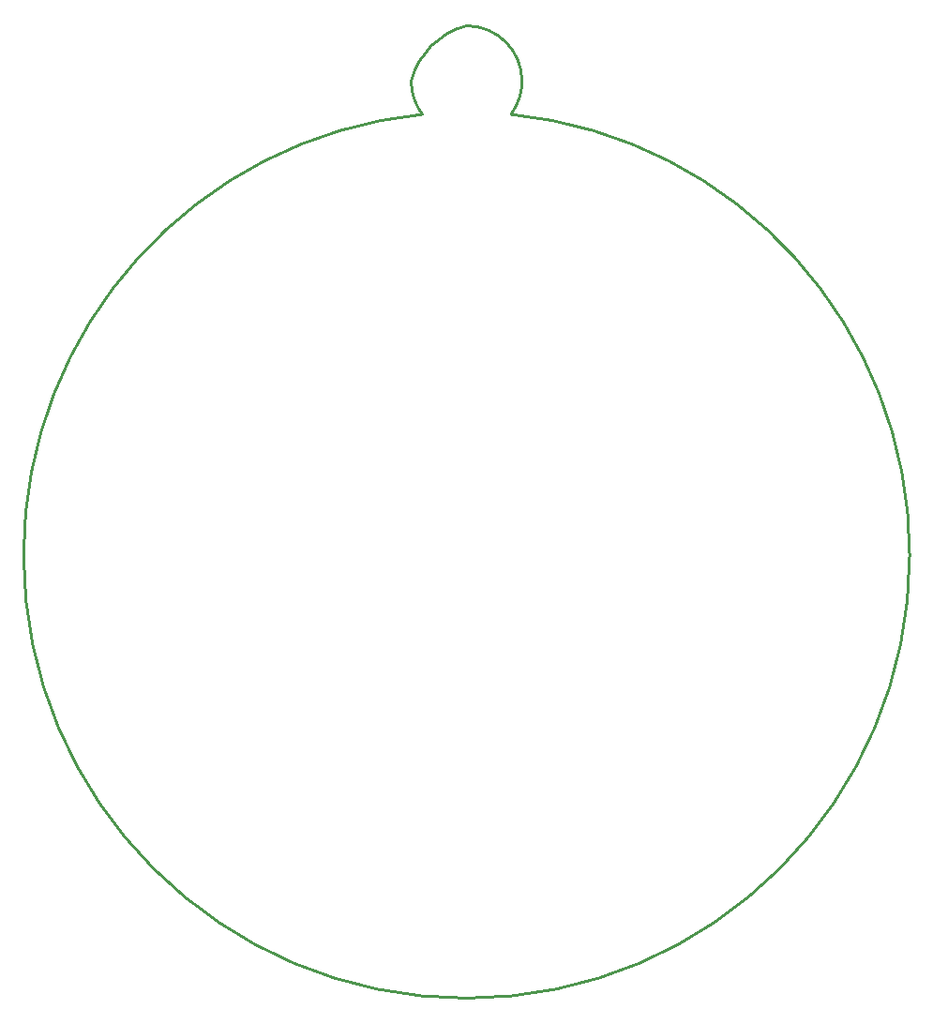
<source format=gko>
G04 Layer: BoardOutlineLayer*
G04 EasyEDA Pro v2.2.45.4, 2025-12-14 20:15:25*
G04 Gerber Generator version 0.3*
G04 Scale: 100 percent, Rotated: No, Reflected: No*
G04 Dimensions in millimeters*
G04 Leading zeros omitted, absolute positions, 4 integers and 5 decimals*
G04 Generated by one-click*
%FSLAX45Y45*%
%MOMM*%
%ADD10C,0.254*%
%ADD11C,0.7330*%
G75*


G04 PolygonModel Start*
G54D10*
G01X4000000Y0D02*
G02X0Y-4000000I-4000000J0D01*
G02X-4000000Y0I0J4000000D01*
G02X-400035Y3979946I4000000J0D01*
G02X-500000Y4279900I400035J299954D01*
G02X0Y4779900I660097J-160097D01*
G01X0Y4779900D01*
G02X500000Y4279900I0J-500000D01*
G02X400035Y3979946I-500000J0D01*
G02X4000000Y0I-400035J-3979946D01*

M02*


</source>
